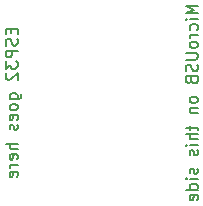
<source format=gbo>
G04 #@! TF.GenerationSoftware,KiCad,Pcbnew,(5.1.6)-1*
G04 #@! TF.CreationDate,2022-02-06T18:42:46-08:00*
G04 #@! TF.ProjectId,MFRC522 PCB ESP32,4d465243-3532-4322-9050-434220455350,rev?*
G04 #@! TF.SameCoordinates,Original*
G04 #@! TF.FileFunction,Legend,Bot*
G04 #@! TF.FilePolarity,Positive*
%FSLAX46Y46*%
G04 Gerber Fmt 4.6, Leading zero omitted, Abs format (unit mm)*
G04 Created by KiCad (PCBNEW (5.1.6)-1) date 2022-02-06 18:42:46*
%MOMM*%
%LPD*%
G01*
G04 APERTURE LIST*
%ADD10C,0.150000*%
%ADD11O,2.002000X2.002000*%
%ADD12R,2.002000X2.002000*%
%ADD13R,1.802000X1.802000*%
%ADD14C,1.448000*%
%ADD15C,3.302000*%
G04 APERTURE END LIST*
D10*
X225452380Y-100785714D02*
X224452380Y-100785714D01*
X225166666Y-101119047D01*
X224452380Y-101452380D01*
X225452380Y-101452380D01*
X225452380Y-101928571D02*
X224785714Y-101928571D01*
X224452380Y-101928571D02*
X224500000Y-101880952D01*
X224547619Y-101928571D01*
X224500000Y-101976190D01*
X224452380Y-101928571D01*
X224547619Y-101928571D01*
X225404761Y-102833333D02*
X225452380Y-102738095D01*
X225452380Y-102547619D01*
X225404761Y-102452380D01*
X225357142Y-102404761D01*
X225261904Y-102357142D01*
X224976190Y-102357142D01*
X224880952Y-102404761D01*
X224833333Y-102452380D01*
X224785714Y-102547619D01*
X224785714Y-102738095D01*
X224833333Y-102833333D01*
X225452380Y-103261904D02*
X224785714Y-103261904D01*
X224976190Y-103261904D02*
X224880952Y-103309523D01*
X224833333Y-103357142D01*
X224785714Y-103452380D01*
X224785714Y-103547619D01*
X225452380Y-104023809D02*
X225404761Y-103928571D01*
X225357142Y-103880952D01*
X225261904Y-103833333D01*
X224976190Y-103833333D01*
X224880952Y-103880952D01*
X224833333Y-103928571D01*
X224785714Y-104023809D01*
X224785714Y-104166666D01*
X224833333Y-104261904D01*
X224880952Y-104309523D01*
X224976190Y-104357142D01*
X225261904Y-104357142D01*
X225357142Y-104309523D01*
X225404761Y-104261904D01*
X225452380Y-104166666D01*
X225452380Y-104023809D01*
X224452380Y-104785714D02*
X225261904Y-104785714D01*
X225357142Y-104833333D01*
X225404761Y-104880952D01*
X225452380Y-104976190D01*
X225452380Y-105166666D01*
X225404761Y-105261904D01*
X225357142Y-105309523D01*
X225261904Y-105357142D01*
X224452380Y-105357142D01*
X225404761Y-105785714D02*
X225452380Y-105928571D01*
X225452380Y-106166666D01*
X225404761Y-106261904D01*
X225357142Y-106309523D01*
X225261904Y-106357142D01*
X225166666Y-106357142D01*
X225071428Y-106309523D01*
X225023809Y-106261904D01*
X224976190Y-106166666D01*
X224928571Y-105976190D01*
X224880952Y-105880952D01*
X224833333Y-105833333D01*
X224738095Y-105785714D01*
X224642857Y-105785714D01*
X224547619Y-105833333D01*
X224500000Y-105880952D01*
X224452380Y-105976190D01*
X224452380Y-106214285D01*
X224500000Y-106357142D01*
X224928571Y-107119047D02*
X224976190Y-107261904D01*
X225023809Y-107309523D01*
X225119047Y-107357142D01*
X225261904Y-107357142D01*
X225357142Y-107309523D01*
X225404761Y-107261904D01*
X225452380Y-107166666D01*
X225452380Y-106785714D01*
X224452380Y-106785714D01*
X224452380Y-107119047D01*
X224500000Y-107214285D01*
X224547619Y-107261904D01*
X224642857Y-107309523D01*
X224738095Y-107309523D01*
X224833333Y-107261904D01*
X224880952Y-107214285D01*
X224928571Y-107119047D01*
X224928571Y-106785714D01*
X225452380Y-108690476D02*
X225404761Y-108595238D01*
X225357142Y-108547619D01*
X225261904Y-108500000D01*
X224976190Y-108500000D01*
X224880952Y-108547619D01*
X224833333Y-108595238D01*
X224785714Y-108690476D01*
X224785714Y-108833333D01*
X224833333Y-108928571D01*
X224880952Y-108976190D01*
X224976190Y-109023809D01*
X225261904Y-109023809D01*
X225357142Y-108976190D01*
X225404761Y-108928571D01*
X225452380Y-108833333D01*
X225452380Y-108690476D01*
X224785714Y-109452380D02*
X225452380Y-109452380D01*
X224880952Y-109452380D02*
X224833333Y-109500000D01*
X224785714Y-109595238D01*
X224785714Y-109738095D01*
X224833333Y-109833333D01*
X224928571Y-109880952D01*
X225452380Y-109880952D01*
X224785714Y-110976190D02*
X224785714Y-111357142D01*
X224452380Y-111119047D02*
X225309523Y-111119047D01*
X225404761Y-111166666D01*
X225452380Y-111261904D01*
X225452380Y-111357142D01*
X225452380Y-111690476D02*
X224452380Y-111690476D01*
X225452380Y-112119047D02*
X224928571Y-112119047D01*
X224833333Y-112071428D01*
X224785714Y-111976190D01*
X224785714Y-111833333D01*
X224833333Y-111738095D01*
X224880952Y-111690476D01*
X225452380Y-112595238D02*
X224785714Y-112595238D01*
X224452380Y-112595238D02*
X224500000Y-112547619D01*
X224547619Y-112595238D01*
X224500000Y-112642857D01*
X224452380Y-112595238D01*
X224547619Y-112595238D01*
X225404761Y-113023809D02*
X225452380Y-113119047D01*
X225452380Y-113309523D01*
X225404761Y-113404761D01*
X225309523Y-113452380D01*
X225261904Y-113452380D01*
X225166666Y-113404761D01*
X225119047Y-113309523D01*
X225119047Y-113166666D01*
X225071428Y-113071428D01*
X224976190Y-113023809D01*
X224928571Y-113023809D01*
X224833333Y-113071428D01*
X224785714Y-113166666D01*
X224785714Y-113309523D01*
X224833333Y-113404761D01*
X225404761Y-114595238D02*
X225452380Y-114690476D01*
X225452380Y-114880952D01*
X225404761Y-114976190D01*
X225309523Y-115023809D01*
X225261904Y-115023809D01*
X225166666Y-114976190D01*
X225119047Y-114880952D01*
X225119047Y-114738095D01*
X225071428Y-114642857D01*
X224976190Y-114595238D01*
X224928571Y-114595238D01*
X224833333Y-114642857D01*
X224785714Y-114738095D01*
X224785714Y-114880952D01*
X224833333Y-114976190D01*
X225452380Y-115452380D02*
X224785714Y-115452380D01*
X224452380Y-115452380D02*
X224500000Y-115404761D01*
X224547619Y-115452380D01*
X224500000Y-115500000D01*
X224452380Y-115452380D01*
X224547619Y-115452380D01*
X225452380Y-116357142D02*
X224452380Y-116357142D01*
X225404761Y-116357142D02*
X225452380Y-116261904D01*
X225452380Y-116071428D01*
X225404761Y-115976190D01*
X225357142Y-115928571D01*
X225261904Y-115880952D01*
X224976190Y-115880952D01*
X224880952Y-115928571D01*
X224833333Y-115976190D01*
X224785714Y-116071428D01*
X224785714Y-116261904D01*
X224833333Y-116357142D01*
X225404761Y-117214285D02*
X225452380Y-117119047D01*
X225452380Y-116928571D01*
X225404761Y-116833333D01*
X225309523Y-116785714D01*
X224928571Y-116785714D01*
X224833333Y-116833333D01*
X224785714Y-116928571D01*
X224785714Y-117119047D01*
X224833333Y-117214285D01*
X224928571Y-117261904D01*
X225023809Y-117261904D01*
X225119047Y-116785714D01*
X209678571Y-102738095D02*
X209678571Y-103071428D01*
X210202380Y-103214285D02*
X210202380Y-102738095D01*
X209202380Y-102738095D01*
X209202380Y-103214285D01*
X210154761Y-103595238D02*
X210202380Y-103738095D01*
X210202380Y-103976190D01*
X210154761Y-104071428D01*
X210107142Y-104119047D01*
X210011904Y-104166666D01*
X209916666Y-104166666D01*
X209821428Y-104119047D01*
X209773809Y-104071428D01*
X209726190Y-103976190D01*
X209678571Y-103785714D01*
X209630952Y-103690476D01*
X209583333Y-103642857D01*
X209488095Y-103595238D01*
X209392857Y-103595238D01*
X209297619Y-103642857D01*
X209250000Y-103690476D01*
X209202380Y-103785714D01*
X209202380Y-104023809D01*
X209250000Y-104166666D01*
X210202380Y-104595238D02*
X209202380Y-104595238D01*
X209202380Y-104976190D01*
X209250000Y-105071428D01*
X209297619Y-105119047D01*
X209392857Y-105166666D01*
X209535714Y-105166666D01*
X209630952Y-105119047D01*
X209678571Y-105071428D01*
X209726190Y-104976190D01*
X209726190Y-104595238D01*
X209202380Y-105500000D02*
X209202380Y-106119047D01*
X209583333Y-105785714D01*
X209583333Y-105928571D01*
X209630952Y-106023809D01*
X209678571Y-106071428D01*
X209773809Y-106119047D01*
X210011904Y-106119047D01*
X210107142Y-106071428D01*
X210154761Y-106023809D01*
X210202380Y-105928571D01*
X210202380Y-105642857D01*
X210154761Y-105547619D01*
X210107142Y-105500000D01*
X209297619Y-106500000D02*
X209250000Y-106547619D01*
X209202380Y-106642857D01*
X209202380Y-106880952D01*
X209250000Y-106976190D01*
X209297619Y-107023809D01*
X209392857Y-107071428D01*
X209488095Y-107071428D01*
X209630952Y-107023809D01*
X210202380Y-106452380D01*
X210202380Y-107071428D01*
X209535714Y-108690476D02*
X210345238Y-108690476D01*
X210440476Y-108642857D01*
X210488095Y-108595238D01*
X210535714Y-108500000D01*
X210535714Y-108357142D01*
X210488095Y-108261904D01*
X210154761Y-108690476D02*
X210202380Y-108595238D01*
X210202380Y-108404761D01*
X210154761Y-108309523D01*
X210107142Y-108261904D01*
X210011904Y-108214285D01*
X209726190Y-108214285D01*
X209630952Y-108261904D01*
X209583333Y-108309523D01*
X209535714Y-108404761D01*
X209535714Y-108595238D01*
X209583333Y-108690476D01*
X210202380Y-109309523D02*
X210154761Y-109214285D01*
X210107142Y-109166666D01*
X210011904Y-109119047D01*
X209726190Y-109119047D01*
X209630952Y-109166666D01*
X209583333Y-109214285D01*
X209535714Y-109309523D01*
X209535714Y-109452380D01*
X209583333Y-109547619D01*
X209630952Y-109595238D01*
X209726190Y-109642857D01*
X210011904Y-109642857D01*
X210107142Y-109595238D01*
X210154761Y-109547619D01*
X210202380Y-109452380D01*
X210202380Y-109309523D01*
X210154761Y-110452380D02*
X210202380Y-110357142D01*
X210202380Y-110166666D01*
X210154761Y-110071428D01*
X210059523Y-110023809D01*
X209678571Y-110023809D01*
X209583333Y-110071428D01*
X209535714Y-110166666D01*
X209535714Y-110357142D01*
X209583333Y-110452380D01*
X209678571Y-110500000D01*
X209773809Y-110500000D01*
X209869047Y-110023809D01*
X210154761Y-110880952D02*
X210202380Y-110976190D01*
X210202380Y-111166666D01*
X210154761Y-111261904D01*
X210059523Y-111309523D01*
X210011904Y-111309523D01*
X209916666Y-111261904D01*
X209869047Y-111166666D01*
X209869047Y-111023809D01*
X209821428Y-110928571D01*
X209726190Y-110880952D01*
X209678571Y-110880952D01*
X209583333Y-110928571D01*
X209535714Y-111023809D01*
X209535714Y-111166666D01*
X209583333Y-111261904D01*
X210202380Y-112500000D02*
X209202380Y-112500000D01*
X210202380Y-112928571D02*
X209678571Y-112928571D01*
X209583333Y-112880952D01*
X209535714Y-112785714D01*
X209535714Y-112642857D01*
X209583333Y-112547619D01*
X209630952Y-112500000D01*
X210154761Y-113785714D02*
X210202380Y-113690476D01*
X210202380Y-113500000D01*
X210154761Y-113404761D01*
X210059523Y-113357142D01*
X209678571Y-113357142D01*
X209583333Y-113404761D01*
X209535714Y-113500000D01*
X209535714Y-113690476D01*
X209583333Y-113785714D01*
X209678571Y-113833333D01*
X209773809Y-113833333D01*
X209869047Y-113357142D01*
X210202380Y-114261904D02*
X209535714Y-114261904D01*
X209726190Y-114261904D02*
X209630952Y-114309523D01*
X209583333Y-114357142D01*
X209535714Y-114452380D01*
X209535714Y-114547619D01*
X210154761Y-115261904D02*
X210202380Y-115166666D01*
X210202380Y-114976190D01*
X210154761Y-114880952D01*
X210059523Y-114833333D01*
X209678571Y-114833333D01*
X209583333Y-114880952D01*
X209535714Y-114976190D01*
X209535714Y-115166666D01*
X209583333Y-115261904D01*
X209678571Y-115309523D01*
X209773809Y-115309523D01*
X209869047Y-114833333D01*
%LPC*%
D11*
X227560000Y-121600000D03*
X225020000Y-121600000D03*
X222480000Y-121600000D03*
X219940000Y-121600000D03*
X217400000Y-121600000D03*
X214860000Y-121600000D03*
X212320000Y-121600000D03*
X209780000Y-121600000D03*
X207240000Y-121600000D03*
X204700000Y-121600000D03*
X202160000Y-121600000D03*
X199620000Y-121600000D03*
X197080000Y-121600000D03*
X194540000Y-121600000D03*
D12*
X192000000Y-121600000D03*
D11*
X227560000Y-96200000D03*
X225020000Y-96200000D03*
X222480000Y-96200000D03*
X219940000Y-96200000D03*
X217400000Y-96200000D03*
X214860000Y-96200000D03*
X212320000Y-96200000D03*
X209780000Y-96200000D03*
X207240000Y-96200000D03*
X204700000Y-96200000D03*
X202160000Y-96200000D03*
X199620000Y-96200000D03*
X197080000Y-96200000D03*
X194540000Y-96200000D03*
D13*
X192000000Y-96200000D03*
D14*
X251000000Y-56750000D03*
X183000000Y-56750000D03*
X234500000Y-119250000D03*
D15*
X183000000Y-119000000D03*
X251000000Y-119000000D03*
X251000000Y-51000000D03*
X183000000Y-51000000D03*
M02*

</source>
